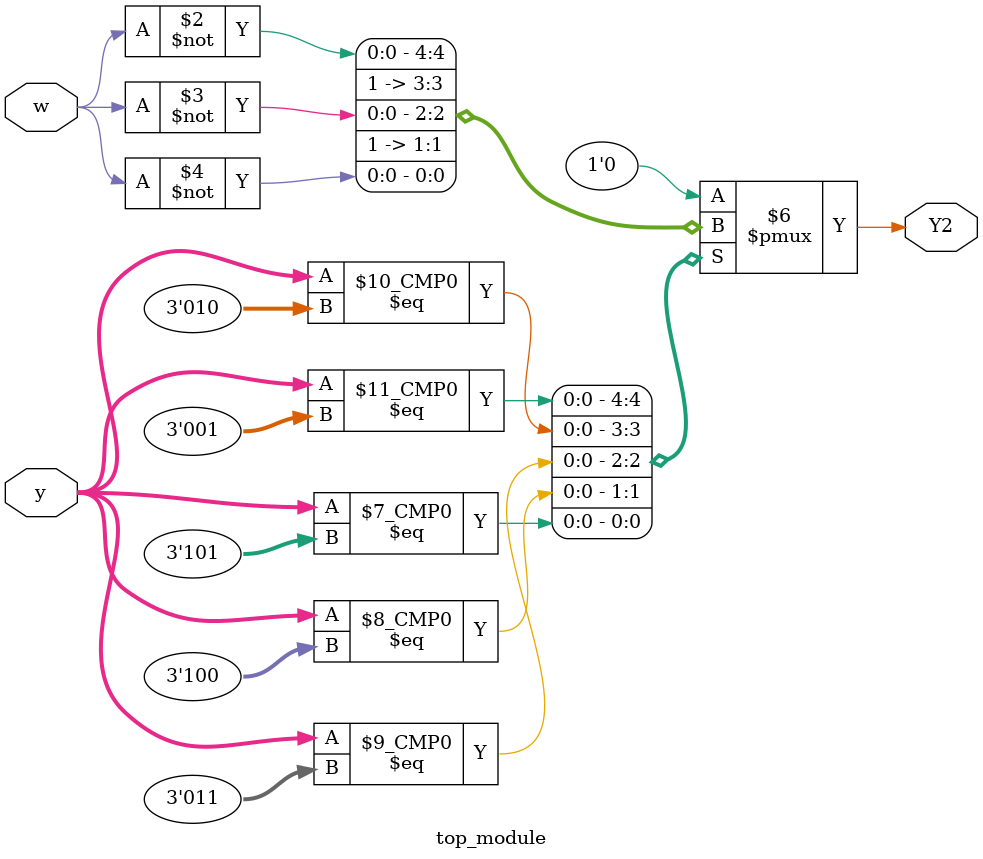
<source format=sv>
module top_module(
    input [3:1] y,
    input w,
    output reg Y2
);

always @(*) begin
    case (y)
        3'b000: Y2 = 0;  // State A
        3'b001: Y2 = ~w; // State B
        3'b010: Y2 = 1;  // State C
        3'b011: Y2 = ~w; // State D
        3'b100: Y2 = 1;  // State E
        3'b101: Y2 = ~w; // State F
        default: Y2 = 0; // Invalid state
    endcase
end

endmodule

</source>
